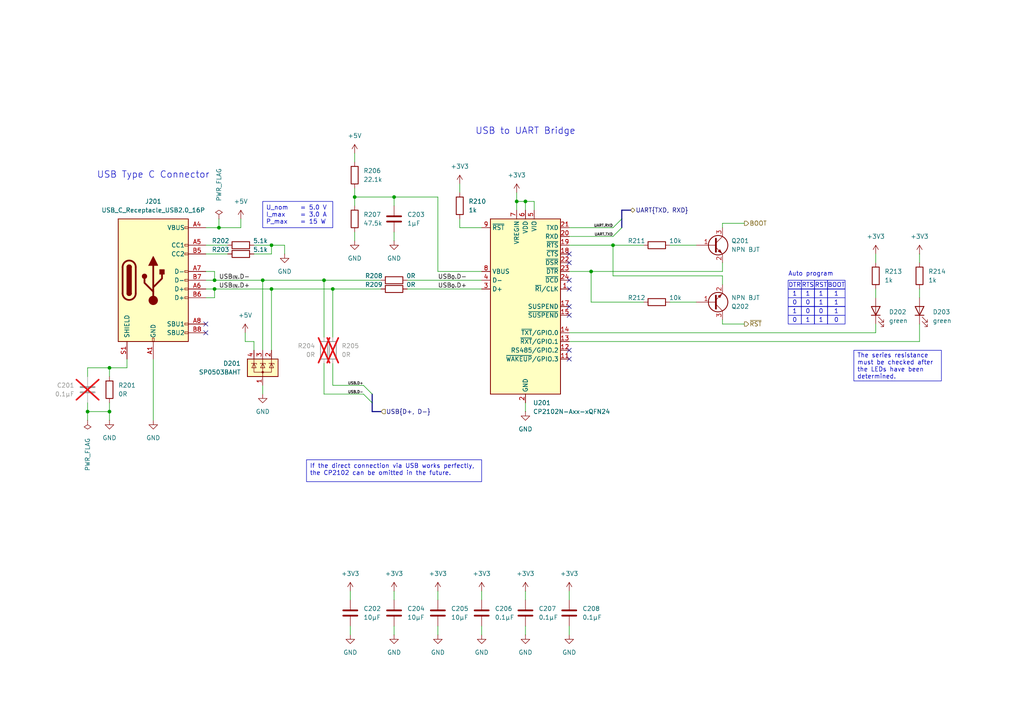
<source format=kicad_sch>
(kicad_sch (version 20231120) (generator "eeschema") (generator_version "8.0")
  (paper "A4")
  (title_block (title "Wordclock - USB & UART") (date "2024-11-17") (rev "A") (company "ElektroNik Zoller") (comment 1 "Nikolai Zoller") (comment 4 "CERN-OHL-P"))
  (lib_symbols
    (symbol "Connector:USB_C_Receptacle_USB2.0_16P" (pin_names (offset 1.016))
      (property "Reference" "J" (at 0 22.225 0))
      (property "Value" "USB_C_Receptacle_USB2.0_16P" (at 0 19.685 0))
      (symbol "USB_C_Receptacle_USB2.0_16P_0_0"
        (rectangle (start -0.254 -17.78) (end 0.254 -16.764))
        (rectangle (start 10.16 -14.986) (end 9.144 -15.494))
        (rectangle (start 10.16 -12.446) (end 9.144 -12.954))
        (rectangle (start 10.16 -4.826) (end 9.144 -5.334))
        (rectangle (start 10.16 -2.286) (end 9.144 -2.794))
        (rectangle (start 10.16 0.254) (end 9.144 -0.254))
        (rectangle (start 10.16 2.794) (end 9.144 2.286))
        (rectangle (start 10.16 7.874) (end 9.144 7.366))
        (rectangle (start 10.16 10.414) (end 9.144 9.906))
        (rectangle (start 10.16 15.494) (end 9.144 14.986))
      )
      (symbol "USB_C_Receptacle_USB2.0_16P_0_1"
        (rectangle (start -10.16 17.78) (end 10.16 -17.78) (stroke (width 0.254)) (fill (type background)))
        (arc (start -8.89 -3.81) (mid -6.985 -5.7067) (end -5.08 -3.81) (stroke (width 0.508)))
        (arc (start -7.62 -3.81) (mid -6.985 -4.4423) (end -6.35 -3.81) (stroke (width 0.254)))
        (arc (start -7.62 -3.81) (mid -6.985 -4.4423) (end -6.35 -3.81) (stroke (width 0.254)) (fill (type outline)))
        (rectangle (start -7.62 -3.81) (end -6.35 3.81) (stroke (width 0.254)) (fill (type outline)))
        (arc (start -6.35 3.81) (mid -6.985 4.4423) (end -7.62 3.81) (stroke (width 0.254)))
        (arc (start -6.35 3.81) (mid -6.985 4.4423) (end -7.62 3.81) (stroke (width 0.254)) (fill (type outline)))
        (arc (start -5.08 3.81) (mid -6.985 5.7067) (end -8.89 3.81) (stroke (width 0.508)))
        (circle (center -2.54 1.143) (radius 0.635) (stroke (width 0.254)) (fill (type outline)))
        (circle (center 0 -5.842) (radius 1.27) (fill (type outline)))
        (polyline (pts (xy -8.89 -3.81) (xy -8.89 3.81)) (stroke (width 0.508)))
        (polyline (pts (xy -5.08 3.81) (xy -5.08 -3.81)) (stroke (width 0.508)))
        (polyline (pts (xy 0 -5.842) (xy 0 4.318)) (stroke (width 0.508)))
        (polyline (pts (xy 0 -3.302) (xy -2.54 -0.762) (xy -2.54 0.508)) (stroke (width 0.508)))
        (polyline (pts (xy 0 -2.032) (xy 2.54 0.508) (xy 2.54 1.778)) (stroke (width 0.508)))
        (polyline (pts (xy -1.27 4.318) (xy 0 6.858) (xy 1.27 4.318) (xy -1.27 4.318)) (stroke (width 0.254)) (fill (type outline)))
        (rectangle (start 1.905 1.778) (end 3.175 3.048) (stroke (width 0.254)) (fill (type outline)))
      )
      (symbol "USB_C_Receptacle_USB2.0_16P_1_1"
        (pin passive line (at 0 -22.86 90) (length 5.08) (name "GND") (number "A1"))
        (pin passive line (at 0 -22.86 90) (length 5.08) hide (name "GND") (number "A12"))
        (pin passive line (at 15.24 15.24 180) (length 5.08) (name "VBUS") (number "A4"))
        (pin bidirectional line (at 15.24 10.16 180) (length 5.08) (name "CC1") (number "A5"))
        (pin bidirectional line (at 15.24 -2.54 180) (length 5.08) (name "D+") (number "A6"))
        (pin bidirectional line (at 15.24 2.54 180) (length 5.08) (name "D-") (number "A7"))
        (pin bidirectional line (at 15.24 -12.7 180) (length 5.08) (name "SBU1") (number "A8"))
        (pin passive line (at 15.24 15.24 180) (length 5.08) hide (name "VBUS") (number "A9"))
        (pin passive line (at 0 -22.86 90) (length 5.08) hide (name "GND") (number "B1"))
        (pin passive line (at 0 -22.86 90) (length 5.08) hide (name "GND") (number "B12"))
        (pin passive line (at 15.24 15.24 180) (length 5.08) hide (name "VBUS") (number "B4"))
        (pin bidirectional line (at 15.24 7.62 180) (length 5.08) (name "CC2") (number "B5"))
        (pin bidirectional line (at 15.24 -5.08 180) (length 5.08) (name "D+") (number "B6"))
        (pin bidirectional line (at 15.24 0 180) (length 5.08) (name "D-") (number "B7"))
        (pin bidirectional line (at 15.24 -15.24 180) (length 5.08) (name "SBU2") (number "B8"))
        (pin passive line (at 15.24 15.24 180) (length 5.08) hide (name "VBUS") (number "B9"))
        (pin passive line (at -7.62 -22.86 90) (length 5.08) (name "SHIELD") (number "S1"))
      )
    )
    (symbol "Device:C" (pin_numbers hide) (pin_names (offset 0.254))
      (property "Reference" "C" (at 0.635 2.54 0))
      (property "Value" "C" (at 0.635 -2.54 0))
      (symbol "C_0_1"
        (polyline (pts (xy -2.032 -0.762) (xy 2.032 -0.762)) (stroke (width 0.508)))
        (polyline (pts (xy -2.032 0.762) (xy 2.032 0.762)) (stroke (width 0.508)))
      )
      (symbol "C_1_1"
        (pin passive line (at 0 3.81 270) (length 2.794) (name "~") (number "1"))
        (pin passive line (at 0 -3.81 90) (length 2.794) (name "~") (number "2"))
      )
    )
    (symbol "Device:LED" (pin_numbers hide) (pin_names (offset 1.016) hide)
      (property "Reference" "D" (at 0 2.54 0))
      (property "Value" "LED" (at 0 -2.54 0))
      (symbol "LED_0_1"
        (polyline (pts (xy -1.27 -1.27) (xy -1.27 1.27)) (stroke (width 0.254)))
        (polyline (pts (xy -1.27 0) (xy 1.27 0)))
        (polyline (pts (xy 1.27 -1.27) (xy 1.27 1.27) (xy -1.27 0) (xy 1.27 -1.27)) (stroke (width 0.254)))
        (polyline (pts (xy -3.048 -0.762) (xy -4.572 -2.286) (xy -3.81 -2.286) (xy -4.572 -2.286) (xy -4.572 -1.524)))
        (polyline (pts (xy -1.778 -0.762) (xy -3.302 -2.286) (xy -2.54 -2.286) (xy -3.302 -2.286) (xy -3.302 -1.524)))
      )
      (symbol "LED_1_1"
        (pin passive line (at -3.81 0 0) (length 2.54) (name "K") (number "1"))
        (pin passive line (at 3.81 0 180) (length 2.54) (name "A") (number "2"))
      )
    )
    (symbol "Device:Q_NPN_BEC" (pin_names (offset 0) hide)
      (property "Reference" "Q" (at 5.08 1.27 0))
      (property "Value" "Q_NPN_BEC" (at 5.08 -1.27 0))
      (symbol "Q_NPN_BEC_0_1"
        (polyline (pts (xy 0.635 0.635) (xy 2.54 2.54)))
        (polyline (pts (xy 0.635 -0.635) (xy 2.54 -2.54) (xy 2.54 -2.54)))
        (polyline (pts (xy 0.635 1.905) (xy 0.635 -1.905) (xy 0.635 -1.905)) (stroke (width 0.508)))
        (polyline (pts (xy 1.27 -1.778) (xy 1.778 -1.27) (xy 2.286 -2.286) (xy 1.27 -1.778) (xy 1.27 -1.778)) (fill (type outline)))
        (circle (center 1.27 0) (radius 2.8194) (stroke (width 0.254)))
      )
      (symbol "Q_NPN_BEC_1_1"
        (pin input line (at -5.08 0 0) (length 5.715) (name "B") (number "1"))
        (pin passive line (at 2.54 -5.08 90) (length 2.54) (name "E") (number "2"))
        (pin passive line (at 2.54 5.08 270) (length 2.54) (name "C") (number "3"))
      )
    )
    (symbol "Device:R" (pin_numbers hide) (pin_names (offset 0))
      (property "Reference" "R" (at 2.032 0 90))
      (property "Value" "R" (at 0 0 90))
      (symbol "R_0_1"
        (rectangle (start -1.016 -2.54) (end 1.016 2.54) (stroke (width 0.254)))
      )
      (symbol "R_1_1"
        (pin passive line (at 0 3.81 270) (length 1.27) (name "~") (number "1"))
        (pin passive line (at 0 -3.81 90) (length 1.27) (name "~") (number "2"))
      )
    )
    (symbol "Interface_USB:CP2102N-Axx-xQFN24"
      (property "Reference" "U" (at -8.89 26.67 0))
      (property "Value" "CP2102N-Axx-xQFN24" (at 13.97 26.67 0))
      (symbol "CP2102N-Axx-xQFN24_0_1"
        (rectangle (start -10.16 25.4) (end 10.16 -25.4) (stroke (width 0.254)) (fill (type background)))
      )
      (symbol "CP2102N-Axx-xQFN24_1_1"
        (pin bidirectional line (at 12.7 5.08 180) (length 2.54) (name "~{RI}/CLK") (number "1"))
        (pin no_connect line (at -10.16 -22.86 0) (length 2.54) hide (name "NC") (number "10"))
        (pin bidirectional line (at 12.7 -15.24 180) (length 2.54) (name "~{WAKEUP}/GPIO.3") (number "11"))
        (pin bidirectional line (at 12.7 -12.7 180) (length 2.54) (name "RS485/GPIO.2") (number "12"))
        (pin bidirectional line (at 12.7 -10.16 180) (length 2.54) (name "~{RXT}/GPIO.1") (number "13"))
        (pin bidirectional line (at 12.7 -7.62 180) (length 2.54) (name "~{TXT}/GPIO.0") (number "14"))
        (pin output line (at 12.7 -2.54 180) (length 2.54) (name "~{SUSPEND}") (number "15"))
        (pin no_connect line (at 10.16 -22.86 180) (length 2.54) hide (name "NC") (number "16"))
        (pin output line (at 12.7 0 180) (length 2.54) (name "SUSPEND") (number "17"))
        (pin input line (at 12.7 15.24 180) (length 2.54) (name "~{CTS}") (number "18"))
        (pin output line (at 12.7 17.78 180) (length 2.54) (name "~{RTS}") (number "19"))
        (pin power_in line (at 0 -27.94 90) (length 2.54) (name "GND") (number "2"))
        (pin input line (at 12.7 20.32 180) (length 2.54) (name "RXD") (number "20"))
        (pin output line (at 12.7 22.86 180) (length 2.54) (name "TXD") (number "21"))
        (pin input line (at 12.7 12.7 180) (length 2.54) (name "~{DSR}") (number "22"))
        (pin output line (at 12.7 10.16 180) (length 2.54) (name "~{DTR}") (number "23"))
        (pin input line (at 12.7 7.62 180) (length 2.54) (name "~{DCD}") (number "24"))
        (pin passive line (at 0 -27.94 90) (length 2.54) hide (name "GND") (number "25"))
        (pin bidirectional line (at -12.7 5.08 0) (length 2.54) (name "D+") (number "3"))
        (pin bidirectional line (at -12.7 7.62 0) (length 2.54) (name "D-") (number "4"))
        (pin power_in line (at 2.54 27.94 270) (length 2.54) (name "VIO") (number "5"))
        (pin power_in line (at 0 27.94 270) (length 2.54) (name "VDD") (number "6"))
        (pin power_in line (at -2.54 27.94 270) (length 2.54) (name "VREGIN") (number "7"))
        (pin input line (at -12.7 10.16 0) (length 2.54) (name "VBUS") (number "8"))
        (pin input line (at -12.7 22.86 0) (length 2.54) (name "~{RST}") (number "9"))
      )
    )
    (symbol "Power_Protection:SP0503BAHT" (pin_names hide)
      (property "Reference" "D" (at 5.715 2.54 0))
      (property "Value" "SP0503BAHT" (at 5.715 0.635 0))
      (symbol "SP0503BAHT_0_0"
        (pin passive line (at 0 -5.08 90) (length 2.54) (name "A") (number "1"))
      )
      (symbol "SP0503BAHT_0_1"
        (rectangle (start -4.445 2.54) (end 4.445 -2.54) (stroke (width 0.254)) (fill (type background)))
        (circle (center 0 -1.27) (radius 0.254) (fill (type outline)))
        (polyline (pts (xy -2.54 2.54) (xy -2.54 1.27)))
        (polyline (pts (xy 0 -1.27) (xy 0 -2.54)))
        (polyline (pts (xy 0 -1.27) (xy 0 1.27)))
        (polyline (pts (xy 0 2.54) (xy 0 1.27)))
        (polyline (pts (xy 0.635 1.27) (xy 0.762 1.27)))
        (polyline (pts (xy 2.54 2.54) (xy 2.54 1.27)))
        (polyline (pts (xy 0.635 1.27) (xy -0.762 1.27) (xy -0.762 1.016)))
        (polyline (pts (xy -3.302 1.016) (xy -3.302 1.27) (xy -1.905 1.27) (xy -1.778 1.27)))
        (polyline (pts (xy -2.54 1.27) (xy -2.54 -1.27) (xy 2.54 -1.27) (xy 2.54 1.27)))
        (polyline (pts (xy -2.54 1.27) (xy -1.905 0) (xy -3.175 0) (xy -2.54 1.27)))
        (polyline (pts (xy 0.635 0) (xy -0.635 0) (xy 0 1.27) (xy 0.635 0)))
        (polyline (pts (xy 1.778 1.016) (xy 1.778 1.27) (xy 3.175 1.27) (xy 3.302 1.27)))
        (polyline (pts (xy 2.54 1.27) (xy 1.905 0) (xy 3.175 0) (xy 2.54 1.27)))
      )
      (symbol "SP0503BAHT_1_1"
        (pin passive line (at -2.54 5.08 270) (length 2.54) (name "K") (number "2"))
        (pin passive line (at 0 5.08 270) (length 2.54) (name "K") (number "3"))
        (pin passive line (at 2.54 5.08 270) (length 2.54) (name "K") (number "4"))
      )
    )
    (symbol "power:+3V3" (power) (pin_numbers hide) (pin_names (offset 0) hide)
      (property "Value" "+3V3" (at 0 3.556 0))
      (symbol "+3V3_0_1"
        (polyline (pts (xy -0.762 1.27) (xy 0 2.54)))
        (polyline (pts (xy 0 0) (xy 0 2.54)))
        (polyline (pts (xy 0 2.54) (xy 0.762 1.27)))
      )
      (symbol "+3V3_1_1"
        (pin power_in line (at 0 0 90) (length 0) (name "~") (number "1"))
      )
    )
    (symbol "power:+5V" (power) (pin_numbers hide) (pin_names (offset 0) hide)
      (property "Value" "+5V" (at 0 3.556 0))
      (symbol "+5V_0_1"
        (polyline (pts (xy -0.762 1.27) (xy 0 2.54)))
        (polyline (pts (xy 0 0) (xy 0 2.54)))
        (polyline (pts (xy 0 2.54) (xy 0.762 1.27)))
      )
      (symbol "+5V_1_1"
        (pin power_in line (at 0 0 90) (length 0) (name "~") (number "1"))
      )
    )
    (symbol "power:GND" (power) (pin_numbers hide) (pin_names (offset 0) hide)
      (property "Value" "GND" (at 0 -3.81 0))
      (symbol "GND_0_1"
        (polyline (pts (xy 0 0) (xy 0 -1.27) (xy 1.27 -1.27) (xy 0 -2.54) (xy -1.27 -1.27) (xy 0 -1.27)))
      )
      (symbol "GND_1_1"
        (pin power_in line (at 0 0 270) (length 0) (name "~") (number "1"))
      )
    )
    (symbol "power:PWR_FLAG" (power) (pin_numbers hide) (pin_names (offset 0) hide)
      (property "Value" "PWR_FLAG" (at 0 3.81 0))
      (symbol "PWR_FLAG_0_0"
        (pin power_out line (at 0 0 90) (length 0) (name "~") (number "1"))
      )
      (symbol "PWR_FLAG_0_1"
        (polyline (pts (xy 0 0) (xy 0 1.27) (xy -1.016 1.905) (xy 0 2.54) (xy 1.016 1.905) (xy 0 1.27)))
      )
    )
  )
  (junction (at 171.45 78.74))
  (junction (at 31.75 119.38))
  (junction (at 93.98 81.28))
  (junction (at 78.74 83.82))
  (junction (at 62.23 81.28))
  (junction (at 63.5 66.04))
  (junction (at 96.52 83.82))
  (junction (at 177.8 71.12))
  (junction (at 31.75 106.68))
  (junction (at 102.87 57.15))
  (junction (at 25.4 119.38))
  (junction (at 152.4 58.42))
  (junction (at 114.3 57.15))
  (junction (at 149.86 58.42))
  (junction (at 78.74 71.12))
  (junction (at 62.23 83.82))
  (junction (at 76.2 81.28))
  (no_connect (at 165.1 81.28))
  (no_connect (at 59.69 93.98))
  (no_connect (at 165.1 101.6))
  (no_connect (at 165.1 91.44))
  (no_connect (at 165.1 83.82))
  (no_connect (at 165.1 88.9))
  (no_connect (at 59.69 96.52))
  (no_connect (at 165.1 76.2))
  (no_connect (at 165.1 73.66))
  (no_connect (at 165.1 104.14))
  (bus_entry (at 107.95 114.3) (size -2.54 -2.54))
  (bus_entry (at 107.95 116.84) (size -2.54 -2.54))
  (bus_entry (at 177.8 68.58) (size 2.54 -2.54))
  (bus_entry (at 177.8 66.04) (size 2.54 -2.54))
  (bus (pts (xy 180.34 63.5) (xy 180.34 60.96)))
  (wire (pts (xy 101.6 181.61) (xy 101.6 184.15)))
  (wire (pts (xy 25.4 109.22) (xy 25.4 106.68)))
  (wire (pts (xy 165.1 181.61) (xy 165.1 184.15)))
  (wire (pts (xy 152.4 181.61) (xy 152.4 184.15)))
  (wire (pts (xy 127 78.74) (xy 139.7 78.74)))
  (wire (pts (xy 165.1 71.12) (xy 177.8 71.12)))
  (wire (pts (xy 171.45 78.74) (xy 209.55 78.74)))
  (wire (pts (xy 171.45 78.74) (xy 165.1 78.74)))
  (wire (pts (xy 149.86 58.42) (xy 149.86 60.96)))
  (wire (pts (xy 82.55 71.12) (xy 82.55 73.66)))
  (wire (pts (xy 78.74 73.66) (xy 73.66 73.66)))
  (wire (pts (xy 266.7 73.66) (xy 266.7 76.2)))
  (wire (pts (xy 102.87 57.15) (xy 114.3 57.15)))
  (wire (pts (xy 62.23 81.28) (xy 76.2 81.28)))
  (wire (pts (xy 78.74 83.82) (xy 78.74 101.6)))
  (wire (pts (xy 93.98 105.41) (xy 93.98 114.3)))
  (wire (pts (xy 62.23 83.82) (xy 62.23 86.36)))
  (wire (pts (xy 31.75 121.92) (xy 31.75 119.38)))
  (wire (pts (xy 165.1 171.45) (xy 165.1 173.99)))
  (wire (pts (xy 209.55 80.01) (xy 177.8 80.01)))
  (wire (pts (xy 31.75 116.84) (xy 31.75 119.38)))
  (wire (pts (xy 36.83 106.68) (xy 36.83 104.14)))
  (wire (pts (xy 62.23 78.74) (xy 62.23 81.28)))
  (wire (pts (xy 127 57.15) (xy 127 78.74)))
  (wire (pts (xy 93.98 81.28) (xy 110.49 81.28)))
  (wire (pts (xy 133.35 66.04) (xy 133.35 63.5)))
  (wire (pts (xy 31.75 106.68) (xy 36.83 106.68)))
  (wire (pts (xy 78.74 71.12) (xy 82.55 71.12)))
  (wire (pts (xy 25.4 119.38) (xy 25.4 116.84)))
  (wire (pts (xy 96.52 111.76) (xy 105.41 111.76)))
  (wire (pts (xy 266.7 83.82) (xy 266.7 86.36)))
  (wire (pts (xy 71.12 96.52) (xy 71.12 99.06)))
  (wire (pts (xy 215.9 64.77) (xy 209.55 64.77)))
  (wire (pts (xy 209.55 93.98) (xy 209.55 92.71)))
  (wire (pts (xy 25.4 119.38) (xy 31.75 119.38)))
  (wire (pts (xy 59.69 73.66) (xy 66.04 73.66)))
  (wire (pts (xy 114.3 67.31) (xy 114.3 69.85)))
  (wire (pts (xy 194.31 71.12) (xy 201.93 71.12)))
  (bus (pts (xy 107.95 119.38) (xy 110.49 119.38)))
  (wire (pts (xy 254 93.98) (xy 254 96.52)))
  (wire (pts (xy 102.87 44.45) (xy 102.87 46.99)))
  (bus (pts (xy 107.95 114.3) (xy 107.95 116.84)))
  (wire (pts (xy 154.94 58.42) (xy 152.4 58.42)))
  (wire (pts (xy 63.5 63.5) (xy 63.5 66.04)))
  (wire (pts (xy 63.5 66.04) (xy 69.85 66.04)))
  (wire (pts (xy 76.2 111.76) (xy 76.2 114.3)))
  (wire (pts (xy 165.1 68.58) (xy 177.8 68.58)))
  (wire (pts (xy 73.66 99.06) (xy 73.66 101.6)))
  (wire (pts (xy 194.31 87.63) (xy 201.93 87.63)))
  (wire (pts (xy 149.86 55.88) (xy 149.86 58.42)))
  (wire (pts (xy 59.69 66.04) (xy 63.5 66.04)))
  (wire (pts (xy 71.12 99.06) (xy 73.66 99.06)))
  (wire (pts (xy 96.52 83.82) (xy 96.52 97.79)))
  (wire (pts (xy 154.94 60.96) (xy 154.94 58.42)))
  (wire (pts (xy 133.35 53.34) (xy 133.35 55.88)))
  (wire (pts (xy 139.7 181.61) (xy 139.7 184.15)))
  (bus (pts (xy 107.95 116.84) (xy 107.95 119.38)))
  (wire (pts (xy 254 73.66) (xy 254 76.2)))
  (wire (pts (xy 73.66 71.12) (xy 78.74 71.12)))
  (wire (pts (xy 62.23 83.82) (xy 78.74 83.82)))
  (wire (pts (xy 209.55 82.55) (xy 209.55 80.01)))
  (wire (pts (xy 215.9 93.98) (xy 209.55 93.98)))
  (wire (pts (xy 114.3 181.61) (xy 114.3 184.15)))
  (wire (pts (xy 25.4 119.38) (xy 25.4 121.92)))
  (wire (pts (xy 114.3 57.15) (xy 127 57.15)))
  (wire (pts (xy 209.55 76.2) (xy 209.55 78.74)))
  (wire (pts (xy 62.23 81.28) (xy 59.69 81.28)))
  (wire (pts (xy 76.2 81.28) (xy 76.2 101.6)))
  (wire (pts (xy 127 181.61) (xy 127 184.15)))
  (wire (pts (xy 78.74 71.12) (xy 78.74 73.66)))
  (wire (pts (xy 152.4 60.96) (xy 152.4 58.42)))
  (wire (pts (xy 114.3 171.45) (xy 114.3 173.99)))
  (wire (pts (xy 127 171.45) (xy 127 173.99)))
  (wire (pts (xy 102.87 57.15) (xy 102.87 59.69)))
  (wire (pts (xy 152.4 116.84) (xy 152.4 119.38)))
  (wire (pts (xy 76.2 81.28) (xy 93.98 81.28)))
  (wire (pts (xy 266.7 93.98) (xy 266.7 99.06)))
  (wire (pts (xy 152.4 171.45) (xy 152.4 173.99)))
  (wire (pts (xy 102.87 67.31) (xy 102.87 69.85)))
  (wire (pts (xy 114.3 57.15) (xy 114.3 59.69)))
  (wire (pts (xy 266.7 99.06) (xy 165.1 99.06)))
  (bus (pts (xy 180.34 60.96) (xy 182.88 60.96)))
  (wire (pts (xy 31.75 106.68) (xy 31.75 109.22)))
  (wire (pts (xy 62.23 86.36) (xy 59.69 86.36)))
  (wire (pts (xy 254 83.82) (xy 254 86.36)))
  (wire (pts (xy 96.52 105.41) (xy 96.52 111.76)))
  (wire (pts (xy 139.7 171.45) (xy 139.7 173.99)))
  (wire (pts (xy 93.98 114.3) (xy 105.41 114.3)))
  (wire (pts (xy 25.4 106.68) (xy 31.75 106.68)))
  (wire (pts (xy 101.6 171.45) (xy 101.6 173.99)))
  (wire (pts (xy 171.45 78.74) (xy 171.45 87.63)))
  (wire (pts (xy 165.1 66.04) (xy 177.8 66.04)))
  (wire (pts (xy 102.87 54.61) (xy 102.87 57.15)))
  (wire (pts (xy 254 96.52) (xy 165.1 96.52)))
  (wire (pts (xy 59.69 71.12) (xy 66.04 71.12)))
  (wire (pts (xy 59.69 83.82) (xy 62.23 83.82)))
  (wire (pts (xy 152.4 58.42) (xy 149.86 58.42)))
  (wire (pts (xy 78.74 83.82) (xy 96.52 83.82)))
  (bus (pts (xy 180.34 66.04) (xy 180.34 63.5)))
  (wire (pts (xy 96.52 83.82) (xy 110.49 83.82)))
  (wire (pts (xy 59.69 78.74) (xy 62.23 78.74)))
  (wire (pts (xy 69.85 66.04) (xy 69.85 63.5)))
  (wire (pts (xy 171.45 87.63) (xy 186.69 87.63)))
  (wire (pts (xy 93.98 81.28) (xy 93.98 97.79)))
  (wire (pts (xy 118.11 83.82) (xy 139.7 83.82)))
  (wire (pts (xy 118.11 81.28) (xy 139.7 81.28)))
  (wire (pts (xy 209.55 64.77) (xy 209.55 66.04)))
  (wire (pts (xy 177.8 71.12) (xy 186.69 71.12)))
  (wire (pts (xy 177.8 80.01) (xy 177.8 71.12)))
  (wire (pts (xy 139.7 66.04) (xy 133.35 66.04)))
  (wire (pts (xy 44.45 104.14) (xy 44.45 121.92)))
  (text_box "0" (at 232.41 86.36 0) (size 3.81 2.54) (effects (font (size 1.27 1.27))))
  (text_box "0" (at 236.22 88.9 0) (size 3.81 2.54) (effects (font (size 1.27 1.27))))
  (text_box "0" (at 232.41 88.9 0) (size 3.81 2.54) (effects (font (size 1.27 1.27))))
  (text_box "1" (at 240.03 83.82 0) (size 5.08 2.54) (effects (font (size 1.27 1.27))))
  (text_box "The series resistance must be checked after the LEDs have been determined." (at 247.65 101.6 0) (size 25.4 8.89) (effects (font (size 1.27 1.27)) (justify left)))
  (text_box "1" (at 240.03 86.36 0) (size 5.08 2.54) (effects (font (size 1.27 1.27))))
  (text_box "1" (at 240.03 88.9 0) (size 5.08 2.54) (effects (font (size 1.27 1.27))))
  (text_box "1" (at 236.22 86.36 0) (size 3.81 2.54) (effects (font (size 1.27 1.27))))
  (text_box "DTR" (at 228.6 81.28 0) (size 3.81 2.54) (effects (font (size 1.27 1.27))))
  (text_box "1" (at 228.6 88.9 0) (size 3.81 2.54) (effects (font (size 1.27 1.27))))
  (text_box "RST" (at 236.22 81.28 0) (size 3.81 2.54) (effects (font (size 1.27 1.27))))
  (text_box "1" (at 232.41 91.44 0) (size 3.81 2.54) (effects (font (size 1.27 1.27))))
  (text_box "1" (at 228.6 83.82 0) (size 3.81 2.54) (effects (font (size 1.27 1.27))))
  (text_box "1" (at 236.22 83.82 0) (size 3.81 2.54) (effects (font (size 1.27 1.27))))
  (text_box "1" (at 236.22 91.44 0) (size 3.81 2.54) (effects (font (size 1.27 1.27))))
  (text_box "0" (at 240.03 91.44 0) (size 5.08 2.54) (effects (font (size 1.27 1.27))))
  (text_box "RTS" (at 232.41 81.28 0) (size 3.81 2.54) (effects (font (size 1.27 1.27))))
  (text_box "U_nom	= 5.0 V\nI_max	= 3.0 A\nP_max	= 15 W" (at 76.2 58.42 0) (size 20.32 7.62) (effects (font (size 1.27 1.27)) (justify left top)))
  (text_box "BOOT" (at 240.03 81.28 0) (size 5.08 2.54) (effects (font (size 1.27 1.27))))
  (text_box "If the direct connection via USB works perfectly, the CP2102 can be omitted in the future." (at 88.9 133.35 0) (size 50.8 6.35) (effects (font (size 1.27 1.27)) (justify left top)))
  (text_box "0" (at 228.6 91.44 0) (size 3.81 2.54) (effects (font (size 1.27 1.27))))
  (text_box "0" (at 228.6 86.36 0) (size 3.81 2.54) (effects (font (size 1.27 1.27))))
  (text_box "1" (at 232.41 83.82 0) (size 3.81 2.54) (effects (font (size 1.27 1.27))))
  (text "USB Type C Connector" (at 44.45 50.8 0) (effects (font (size 1.905 1.905))))
  (text "Auto program" (at 228.6 80.264 0) (effects (font (size 1.27 1.27)) (justify left bottom)))
  (text "USB to UART Bridge" (at 152.4 38.1 0) (effects (font (size 1.905 1.905))))
  (label "USB.D-" (at 105.41 114.3 180) (effects (font (size 0.762 0.762))))
  (label "USB_{0}.D-" (at 127 81.28 0))
  (label "USB_{IN}.D-" (at 63.5 81.28 0))
  (label "USB.D+" (at 105.41 111.76 180) (effects (font (size 0.762 0.762))))
  (label "USB_{0}.D+" (at 127 83.82 0))
  (label "UART.RXD" (at 177.8 66.04 180) (effects (font (size 0.762 0.762))))
  (label "UART.TXD" (at 177.8 68.58 180) (effects (font (size 0.762 0.762))))
  (label "USB_{IN}.D+" (at 63.5 83.82 0))
  (hierarchical_label "USB{D+, D-}" (shape input) (at 110.49 119.38 0))
  (hierarchical_label "BOOT" (shape output) (at 215.9 64.77 0))
  (hierarchical_label "~{RST}" (shape output) (at 215.9 93.98 0))
  (hierarchical_label "UART{TXD, RXD}" (shape bidirectional) (at 182.88 60.96 0))
  (symbol (lib_id "Device:R") (at 190.5 71.12 270) (unit 1)
    (property "Reference" "R211" (at 187.198 69.85 90) (effects (justify right)))
    (property "Value" "10k" (at 194.056 69.85 90) (effects (justify left)))
    (property "Footprint" "Resistor_SMD:R_0805_2012Metric_Pad1.20x1.40mm_HandSolder" (effects (hide yes)))
    (property "Description" "Resistor" (effects (hide yes)))
    (property "Vendor 1" "Digikey" (effects (hide yes)))
    (property "Vendor 2" "LCSC" (effects (hide yes)))
    (property "Manufacturer" "YAGEO" (effects (hide yes)))
    (property "Manufacturer Part no." "RC0805FR-0710KL" (effects (hide yes)))
    (property "Vendor 1 Part no." "311-10.0KCRCT-ND" (effects (hide yes)))
    (property "Vendor 2 Part no." "C84376" (effects (hide yes)))
    (property "Comment" "Best fit from the JLCPCB \"Basic\" compontens" (effects (hide yes)))
  )
  (symbol (lib_id "Device:LED") (at 266.7 90.17 90) (unit 1)
    (property "Reference" "D203" (at 270.51 90.4874 90) (effects (justify right)))
    (property "Value" "green" (at 270.51 93.0274 90) (effects (justify right)))
    (property "Footprint" "LED_SMD:LED_0805_2012Metric_Pad1.15x1.40mm_HandSolder" (effects (hide yes)))
    (property "Description" "Light emitting diode" (effects (hide yes)))
    (property "Vendor 1" "Digikey" (effects (hide yes)))
    (property "Vendor 2" "LCSC" (effects (hide yes)))
    (property "Manufacturer" "Lite-On Inc." (effects (hide yes)))
    (property "Manufacturer Part no." "LTST-C171GKT" (effects (hide yes)))
    (property "Vendor 1 Part no." "160-1423-1-ND" (effects (hide yes)))
    (property "Vendor 2 Part no." "C913075" (effects (hide yes)))
    (property "LCSC" "C913075" (effects (hide yes)))
  )
  (symbol (lib_id "power:GND") (at 127 184.15 0) (unit 1)
    (property "Reference" "#PWR0215" (effects (hide yes)))
    (property "Value" "GND" (at 127 189.23 0))
    (property "Description" "Power symbol creates a global label with name \"GND\" , ground" (effects (hide yes)))
  )
  (symbol (lib_id "power:+5V") (at 69.85 63.5 0) (unit 1)
    (property "Reference" "#PWR0203" (effects (hide yes)))
    (property "Value" "+5V" (at 69.85 58.42 0))
    (property "Description" "Power symbol creates a global label with name \"+5V\"" (effects (hide yes)))
  )
  (symbol (lib_id "Interface_USB:CP2102N-Axx-xQFN24") (at 152.4 88.9 0) (unit 1)
    (property "Reference" "U201" (at 154.5941 116.84 0) (effects (justify left)))
    (property "Value" "CP2102N-Axx-xQFN24" (at 154.5941 119.38 0) (effects (justify left)))
    (property "Footprint" "Package_DFN_QFN:QFN-24-1EP_4x4mm_P0.5mm_EP2.6x2.6mm_ThermalVias" (effects (hide yes)))
    (property "Datasheet" "https://www.silabs.com/documents/public/data-sheets/cp2102n-datasheet.pdf" (effects (hide yes)))
    (property "Description" "USB to UART master bridge, QFN-24" (effects (hide yes)))
    (property "Manufacturer" "Silicon Labs" (effects (hide yes)))
    (property "Manufacturer Part no." "CP2102N-A02-GQFN24R" (effects (hide yes)))
    (property "Vendor 1" "Digikey" (effects (hide yes)))
    (property "Vendor 1 Part no." "336-5888-2-ND" (effects (hide yes)))
    (property "Vendor 2" "LCSC" (effects (hide yes)))
    (property "Vendor 2 Part no." "C969151" (effects (hide yes)))
    (property "LCSC" "C969151" (effects (hide yes)))
  )
  (symbol (lib_id "Device:C") (at 139.7 177.8 0) (unit 1)
    (property "Reference" "C206" (at 143.51 176.5299 0) (effects (justify left)))
    (property "Value" "0.1µF" (at 143.51 179.0699 0) (effects (justify left)))
    (property "Footprint" "Capacitor_SMD:C_0805_2012Metric_Pad1.18x1.45mm_HandSolder" (effects (hide yes)))
    (property "Description" "Unpolarized capacitor" (effects (hide yes)))
    (property "Manufacturer" "Samsung Electro-Mechanics" (effects (hide yes)))
    (property "Manufacturer Part no." "CL21B104KCFNNNE" (effects (hide yes)))
    (property "Vendor 1" "Digikey" (effects (hide yes)))
    (property "Vendor 1 Part no." "1276-6840-1-ND" (effects (hide yes)))
    (property "Vendor 2" "LCSC" (effects (hide yes)))
    (property "Vendor 2 Part no." "C28233" (effects (hide yes)))
    (property "Comment" "Best fit from the JLCPCB \"Basic\" compontens" (effects (hide yes)))
  )
  (symbol (lib_id "Device:R") (at 69.85 71.12 270) (unit 1)
    (property "Reference" "R202" (at 66.548 69.85 90) (effects (justify right)))
    (property "Value" "5.1k" (at 73.406 69.85 90) (effects (justify left)))
    (property "Footprint" "Resistor_SMD:R_0805_2012Metric_Pad1.20x1.40mm_HandSolder" (effects (hide yes)))
    (property "Description" "Resistor" (effects (hide yes)))
    (property "Vendor 1" "Digikey" (effects (hide yes)))
    (property "Vendor 2" "LCSC" (effects (hide yes)))
    (property "Manufacturer" "YAGEO" (effects (hide yes)))
    (property "Manufacturer Part no." "RC0805FR-075K1L" (effects (hide yes)))
    (property "Vendor 1 Part no." "311-5.10KCRCT-ND" (effects (hide yes)))
    (property "Vendor 2 Part no." "C84375" (effects (hide yes)))
    (property "Comment" "Best fit from the JLCPCB \"Basic\" compontens" (effects (hide yes)))
  )
  (symbol (lib_id "power:+3V3") (at 165.1 171.45 0) (unit 1)
    (property "Reference" "#PWR0223" (effects (hide yes)))
    (property "Value" "+3V3" (at 165.1 166.37 0))
    (property "Description" "Power symbol creates a global label with name \"+3V3\"" (effects (hide yes)))
  )
  (symbol (lib_id "Device:C") (at 152.4 177.8 0) (unit 1)
    (property "Reference" "C207" (at 156.21 176.5299 0) (effects (justify left)))
    (property "Value" "0.1µF" (at 156.21 179.0699 0) (effects (justify left)))
    (property "Footprint" "Capacitor_SMD:C_0805_2012Metric_Pad1.18x1.45mm_HandSolder" (effects (hide yes)))
    (property "Description" "Unpolarized capacitor" (effects (hide yes)))
    (property "Manufacturer" "Samsung Electro-Mechanics" (effects (hide yes)))
    (property "Manufacturer Part no." "CL21B104KCFNNNE" (effects (hide yes)))
    (property "Vendor 1" "Digikey" (effects (hide yes)))
    (property "Vendor 1 Part no." "1276-6840-1-ND" (effects (hide yes)))
    (property "Vendor 2" "LCSC" (effects (hide yes)))
    (property "Vendor 2 Part no." "C28233" (effects (hide yes)))
    (property "Comment" "Best fit from the JLCPCB \"Basic\" compontens" (effects (hide yes)))
  )
  (symbol (lib_id "power:+5V") (at 71.12 96.52 0) (unit 1)
    (property "Reference" "#PWR0204" (effects (hide yes)))
    (property "Value" "+5V" (at 71.12 91.44 0))
    (property "Description" "Power symbol creates a global label with name \"+5V\"" (effects (hide yes)))
  )
  (symbol (lib_id "Device:R") (at 31.75 113.03 0) (mirror y) (unit 1)
    (property "Reference" "R201" (at 34.29 111.7599 0) (effects (justify right)))
    (property "Value" "0R" (at 34.29 114.2999 0) (effects (justify right)))
    (property "Footprint" "Resistor_SMD:R_0805_2012Metric_Pad1.20x1.40mm_HandSolder" (effects (hide yes)))
    (property "Description" "Resistor" (effects (hide yes)))
    (property "Vendor 1" "Digikey" (effects (hide yes)))
    (property "Vendor 2" "LCSC" (effects (hide yes)))
    (property "Manufacturer" "YAGEO" (effects (hide yes)))
    (property "Manufacturer Part no." "RC0805JR-070RL" (effects (hide yes)))
    (property "Vendor 1 Part no." "311-0.0ARCT-ND" (effects (hide yes)))
    (property "Vendor 2 Part no." "C96345" (effects (hide yes)))
    (property "Comment" "Best fit from the JLCPCB \"Basic\" compontens " (effects (hide yes)))
  )
  (symbol (lib_id "Device:C") (at 25.4 113.03 0) (mirror y) (unit 1) (dnp yes)
    (property "Reference" "C201" (at 21.59 111.7599 0) (effects (justify left)))
    (property "Value" "0.1µF" (at 21.59 114.2999 0) (effects (justify left)))
    (property "Footprint" "Capacitor_SMD:C_0805_2012Metric_Pad1.18x1.45mm_HandSolder" (effects (hide yes)))
    (property "Description" "Unpolarized capacitor" (effects (hide yes)))
    (property "Manufacturer" "Samsung Electro-Mechanics" (effects (hide yes)))
    (property "Manufacturer Part no." "CL21B104KCFNNNE" (effects (hide yes)))
    (property "Vendor 1" "Digikey" (effects (hide yes)))
    (property "Vendor 1 Part no." "1276-6840-1-ND" (effects (hide yes)))
    (property "Vendor 2" "LCSC" (effects (hide yes)))
    (property "Vendor 2 Part no." "C28233" (effects (hide yes)))
    (property "Comment" "Best fit from the JLCPCB \"Basic\" compontens" (effects (hide yes)))
  )
  (symbol (lib_id "power:GND") (at 165.1 184.15 0) (unit 1)
    (property "Reference" "#PWR0224" (effects (hide yes)))
    (property "Value" "GND" (at 165.1 189.23 0))
    (property "Description" "Power symbol creates a global label with name \"GND\" , ground" (effects (hide yes)))
  )
  (symbol (lib_id "Device:R") (at 266.7 80.01 0) (unit 1)
    (property "Reference" "R214" (at 269.24 78.7399 0) (effects (justify left)))
    (property "Value" "1k" (at 269.24 81.2799 0) (effects (justify left)))
    (property "Footprint" "Resistor_SMD:R_0805_2012Metric_Pad1.20x1.40mm_HandSolder" (effects (hide yes)))
    (property "Description" "Resistor" (effects (hide yes)))
    (property "Vendor 1" "Digikey" (effects (hide yes)))
    (property "Vendor 2" "LCSC" (effects (hide yes)))
    (property "Manufacturer" "YAGEO" (effects (hide yes)))
    (property "Manufacturer Part no." "RC0805FR-071KL" (effects (hide yes)))
    (property "Vendor 1 Part no." "311-1.00KCRCT-ND" (effects (hide yes)))
    (property "Vendor 2 Part no." "C95781" (effects (hide yes)))
    (property "Comment" "Best fit from the JLCPCB \"Basic\" compontens" (effects (hide yes)))
  )
  (symbol (lib_id "power:GND") (at 44.45 121.92 0) (unit 1)
    (property "Reference" "#PWR0202" (effects (hide yes)))
    (property "Value" "GND" (at 44.45 127 0))
    (property "Description" "Power symbol creates a global label with name \"GND\" , ground" (effects (hide yes)))
  )
  (symbol (lib_id "Device:R") (at 102.87 50.8 0) (unit 1)
    (property "Reference" "R206" (at 105.41 49.5299 0) (effects (justify left)))
    (property "Value" "22.1k" (at 105.41 52.0699 0) (effects (justify left)))
    (property "Footprint" "Resistor_SMD:R_0805_2012Metric_Pad1.20x1.40mm_HandSolder" (effects (hide yes)))
    (property "Description" "Resistor" (effects (hide yes)))
    (property "Vendor 1" "Digikey" (effects (hide yes)))
    (property "Vendor 2" "LCSC" (effects (hide yes)))
    (property "Manufacturer" "YAGEO" (effects (hide yes)))
    (property "Manufacturer Part no." "RC0805FR-0722K1L" (effects (hide yes)))
    (property "Vendor 1 Part no." "311-22.1KCRCT-ND" (effects (hide yes)))
    (property "Vendor 2 Part no." "C273840" (effects (hide yes)))
    (property "LCSC" "C17552" (effects (hide yes)))
  )
  (symbol (lib_id "Device:R") (at 114.3 83.82 270) (unit 1)
    (property "Reference" "R209" (at 110.998 82.55 90) (effects (justify right)))
    (property "Value" "0R" (at 117.856 82.55 90) (effects (justify left)))
    (property "Footprint" "Resistor_SMD:R_0805_2012Metric_Pad1.20x1.40mm_HandSolder" (effects (hide yes)))
    (property "Description" "Resistor" (effects (hide yes)))
    (property "Vendor 1" "Digikey" (effects (hide yes)))
    (property "Vendor 2" "LCSC" (effects (hide yes)))
    (property "Manufacturer" "YAGEO" (effects (hide yes)))
    (property "Manufacturer Part no." "RC0805JR-070RL" (effects (hide yes)))
    (property "Vendor 1 Part no." "311-0.0ARCT-ND" (effects (hide yes)))
    (property "Vendor 2 Part no." "C96345" (effects (hide yes)))
    (property "Comment" "Best fit from the JLCPCB \"Basic\" compontens " (effects (hide yes)))
  )
  (symbol (lib_id "power:GND") (at 152.4 119.38 0) (unit 1)
    (property "Reference" "#PWR0220" (effects (hide yes)))
    (property "Value" "GND" (at 152.4 124.46 0))
    (property "Description" "Power symbol creates a global label with name \"GND\" , ground" (effects (hide yes)))
  )
  (symbol (lib_id "Device:C") (at 165.1 177.8 0) (unit 1)
    (property "Reference" "C208" (at 168.91 176.5299 0) (effects (justify left)))
    (property "Value" "0.1µF" (at 168.91 179.0699 0) (effects (justify left)))
    (property "Footprint" "Capacitor_SMD:C_0805_2012Metric_Pad1.18x1.45mm_HandSolder" (effects (hide yes)))
    (property "Description" "Unpolarized capacitor" (effects (hide yes)))
    (property "Manufacturer" "Samsung Electro-Mechanics" (effects (hide yes)))
    (property "Manufacturer Part no." "CL21B104KCFNNNE" (effects (hide yes)))
    (property "Vendor 1" "Digikey" (effects (hide yes)))
    (property "Vendor 1 Part no." "1276-6840-1-ND" (effects (hide yes)))
    (property "Vendor 2" "LCSC" (effects (hide yes)))
    (property "Vendor 2 Part no." "C28233" (effects (hide yes)))
    (property "Comment" "Best fit from the JLCPCB \"Basic\" compontens" (effects (hide yes)))
  )
  (symbol (lib_id "power:+3V3") (at 254 73.66 0) (unit 1)
    (property "Reference" "#PWR0225" (effects (hide yes)))
    (property "Value" "+3V3" (at 254 68.58 0))
    (property "Description" "Power symbol creates a global label with name \"+3V3\"" (effects (hide yes)))
  )
  (symbol (lib_id "power:GND") (at 139.7 184.15 0) (unit 1)
    (property "Reference" "#PWR0218" (effects (hide yes)))
    (property "Value" "GND" (at 139.7 189.23 0))
    (property "Description" "Power symbol creates a global label with name \"GND\" , ground" (effects (hide yes)))
  )
  (symbol (lib_id "power:+3V3") (at 149.86 55.88 0) (unit 1)
    (property "Reference" "#PWR0219" (effects (hide yes)))
    (property "Value" "+3V3" (at 149.86 50.8 0))
    (property "Description" "Power symbol creates a global label with name \"+3V3\"" (effects (hide yes)))
  )
  (symbol (lib_id "Device:R") (at 93.98 101.6 0) (mirror y) (unit 1) (dnp yes)
    (property "Reference" "R204" (at 91.44 100.3299 0) (effects (justify left)))
    (property "Value" "0R" (at 91.44 102.8699 0) (effects (justify left)))
    (property "Footprint" "Resistor_SMD:R_0805_2012Metric_Pad1.20x1.40mm_HandSolder" (effects (hide yes)))
    (property "Description" "Resistor" (effects (hide yes)))
    (property "Manufacturer" "YAGEO" (effects (hide yes)))
    (property "Manufacturer Part no." "RC0805JR-070RL" (effects (hide yes)))
    (property "Vendor 1" "Digikey" (effects (hide yes)))
    (property "Vendor 1 Part no." "311-0.0ARCT-ND" (effects (hide yes)))
    (property "Vendor 2" "LCSC" (effects (hide yes)))
    (property "Vendor 2 Part no." "C96345" (effects (hide yes)))
    (property "Comment" "Best fit from the JLCPCB \"Basic\" compontens " (effects (hide yes)))
  )
  (symbol (lib_id "Power_Protection:SP0503BAHT") (at 76.2 106.68 0) (mirror y) (unit 1)
    (property "Reference" "D201" (at 69.85 105.4099 0) (effects (justify left)))
    (property "Value" "SP0503BAHT" (at 69.85 107.9499 0) (effects (justify left)))
    (property "Footprint" "Package_TO_SOT_SMD:SOT-143_Handsoldering" (effects (hide yes)))
    (property "Datasheet" "http://www.littelfuse.com/~/media/files/littelfuse/technical%20resources/documents/data%20sheets/sp05xxba.pdf" (effects (hide yes)))
    (property "Description" "TVS Diode Array, 5.5V Standoff, 3 Channels, SOT-143 package" (effects (hide yes)))
    (property "Vendor 1" "Digikey" (effects (hide yes)))
    (property "Vendor 2" "LCSC" (effects (hide yes)))
    (property "Manufacturer" "Littelfuse Inc." (effects (hide yes)))
    (property "Manufacturer Part no." "SP0503BAHTG" (effects (hide yes)))
    (property "Vendor 1 Part no." "F2715CT-ND" (effects (hide yes)))
    (property "Vendor 2 Part no." "C7074" (effects (hide yes)))
    (property "LCSC" "C7074" (effects (hide yes)))
  )
  (symbol (lib_id "power:+3V3") (at 266.7 73.66 0) (unit 1)
    (property "Reference" "#PWR0226" (effects (hide yes)))
    (property "Value" "+3V3" (at 266.7 68.58 0))
    (property "Description" "Power symbol creates a global label with name \"+3V3\"" (effects (hide yes)))
  )
  (symbol (lib_id "power:GND") (at 114.3 184.15 0) (unit 1)
    (property "Reference" "#PWR0213" (effects (hide yes)))
    (property "Value" "GND" (at 114.3 189.23 0))
    (property "Description" "Power symbol creates a global label with name \"GND\" , ground" (effects (hide yes)))
  )
  (symbol (lib_id "power:PWR_FLAG") (at 25.4 121.92 180) (unit 1)
    (property "Reference" "#FLG0201" (effects (hide yes)))
    (property "Value" "PWR_FLAG" (at 25.4 127 90) (effects (justify left)))
    (property "Description" "Special symbol for telling ERC where power comes from" (effects (hide yes)))
  )
  (symbol (lib_id "power:+3V3") (at 139.7 171.45 0) (unit 1)
    (property "Reference" "#PWR0217" (effects (hide yes)))
    (property "Value" "+3V3" (at 139.7 166.37 0))
    (property "Description" "Power symbol creates a global label with name \"+3V3\"" (effects (hide yes)))
  )
  (symbol (lib_id "Device:C") (at 114.3 63.5 0) (unit 1)
    (property "Reference" "C203" (at 118.11 62.2299 0) (effects (justify left)))
    (property "Value" "1µF" (at 118.11 64.7699 0) (effects (justify left)))
    (property "Footprint" "Capacitor_SMD:C_0805_2012Metric_Pad1.18x1.45mm_HandSolder" (effects (hide yes)))
    (property "Description" "Unpolarized capacitor" (effects (hide yes)))
    (property "Vendor 1" "Digikey" (effects (hide yes)))
    (property "Vendor 2" "LCSC" (effects (hide yes)))
    (property "Manufacturer" "Samsung Electro-Mechanics" (effects (hide yes)))
    (property "Manufacturer Part no." "CL21B105KPFNNNE" (effects (hide yes)))
    (property "Vendor 1 Part no." "1276-1275-2-ND" (effects (hide yes)))
    (property "Vendor 2 Part no." "C107367" (effects (hide yes)))
    (property "Comment" "Best fit from the JLCPCB \"Basic\" compontens" (effects (hide yes)))
  )
  (symbol (lib_id "power:+3V3") (at 133.35 53.34 0) (unit 1)
    (property "Reference" "#PWR0216" (effects (hide yes)))
    (property "Value" "+3V3" (at 133.35 48.26 0))
    (property "Description" "Power symbol creates a global label with name \"+3V3\"" (effects (hide yes)))
  )
  (symbol (lib_id "Device:C") (at 114.3 177.8 0) (unit 1)
    (property "Reference" "C204" (at 118.11 176.5299 0) (effects (justify left)))
    (property "Value" "10µF" (at 118.11 179.0699 0) (effects (justify left)))
    (property "Footprint" "Capacitor_SMD:C_0805_2012Metric_Pad1.18x1.45mm_HandSolder" (effects (hide yes)))
    (property "Description" "Unpolarized capacitor" (effects (hide yes)))
    (property "Manufacturer" "Samsung Electro-Mechanics" (effects (hide yes)))
    (property "Manufacturer Part no." "CL21A106KOQNNNE" (effects (hide yes)))
    (property "Vendor 1" "Digikey" (effects (hide yes)))
    (property "Vendor 1 Part no." "1276-1096-1-ND" (effects (hide yes)))
    (property "Vendor 2" "LCSC" (effects (hide yes)))
    (property "Vendor 2 Part no." "C1713" (effects (hide yes)))
    (property "Comment" "Best fit from the JLCPCB \"Basic\" compontens " (effects (hide yes)))
  )
  (symbol (lib_id "Device:R") (at 69.85 73.66 270) (unit 1)
    (property "Reference" "R203" (at 66.548 72.39 90) (effects (justify right)))
    (property "Value" "5.1k" (at 73.406 72.39 90) (effects (justify left)))
    (property "Footprint" "Resistor_SMD:R_0805_2012Metric_Pad1.20x1.40mm_HandSolder" (effects (hide yes)))
    (property "Description" "Resistor" (effects (hide yes)))
    (property "Vendor 1" "Digikey" (effects (hide yes)))
    (property "Vendor 2" "LCSC" (effects (hide yes)))
    (property "Manufacturer" "YAGEO" (effects (hide yes)))
    (property "Manufacturer Part no." "RC0805FR-075K1L" (effects (hide yes)))
    (property "Vendor 1 Part no." "311-5.10KCRCT-ND" (effects (hide yes)))
    (property "Vendor 2 Part no." "C84375" (effects (hide yes)))
    (property "Comment" "Best fit from the JLCPCB \"Basic\" compontens" (effects (hide yes)))
  )
  (symbol (lib_id "power:GND") (at 152.4 184.15 0) (unit 1)
    (property "Reference" "#PWR0222" (effects (hide yes)))
    (property "Value" "GND" (at 152.4 189.23 0))
    (property "Description" "Power symbol creates a global label with name \"GND\" , ground" (effects (hide yes)))
  )
  (symbol (lib_id "power:GND") (at 82.55 73.66 0) (unit 1)
    (property "Reference" "#PWR0206" (effects (hide yes)))
    (property "Value" "GND" (at 82.55 78.74 0))
    (property "Description" "Power symbol creates a global label with name \"GND\" , ground" (effects (hide yes)))
  )
  (symbol (lib_id "power:PWR_FLAG") (at 63.5 63.5 0) (unit 1)
    (property "Reference" "#FLG0202" (effects (hide yes)))
    (property "Value" "PWR_FLAG" (at 63.5 58.42 90) (effects (justify left)))
    (property "Description" "Special symbol for telling ERC where power comes from" (effects (hide yes)))
  )
  (symbol (lib_id "power:GND") (at 31.75 121.92 0) (unit 1)
    (property "Reference" "#PWR0201" (effects (hide yes)))
    (property "Value" "GND" (at 31.75 127 0))
    (property "Description" "Power symbol creates a global label with name \"GND\" , ground" (effects (hide yes)))
  )
  (symbol (lib_id "power:GND") (at 76.2 114.3 0) (unit 1)
    (property "Reference" "#PWR0205" (effects (hide yes)))
    (property "Value" "GND" (at 76.2 119.38 0))
    (property "Description" "Power symbol creates a global label with name \"GND\" , ground" (effects (hide yes)))
  )
  (symbol (lib_id "power:GND") (at 114.3 69.85 0) (unit 1)
    (property "Reference" "#PWR0211" (effects (hide yes)))
    (property "Value" "GND" (at 114.3 74.93 0))
    (property "Description" "Power symbol creates a global label with name \"GND\" , ground" (effects (hide yes)))
  )
  (symbol (lib_id "power:+5V") (at 102.87 44.45 0) (unit 1)
    (property "Reference" "#PWR0209" (effects (hide yes)))
    (property "Value" "+5V" (at 102.87 39.37 0))
    (property "Description" "Power symbol creates a global label with name \"+5V\"" (effects (hide yes)))
  )
  (symbol (lib_id "Device:Q_NPN_BEC") (at 207.01 87.63 0) (mirror x) (unit 1)
    (property "Reference" "Q202" (at 212.09 88.9001 0) (effects (justify left)))
    (property "Value" "NPN BJT" (at 212.09 86.3601 0) (effects (justify left)))
    (property "Footprint" "Package_TO_SOT_SMD:SOT-23_Handsoldering" (effects (hide yes)))
    (property "Description" "NPN transistor, base/emitter/collector" (effects (hide yes)))
    (property "Vendor 2" "LCSC" (effects (hide yes)))
    (property "Vendor 2 Part no." "C49581" (effects (hide yes)))
    (property "Vendor 1" "Digikey" (effects (hide yes)))
    (property "Vendor 1 Part no." "353-MMS8050-H-TPCT-ND" (effects (hide yes)))
    (property "Manufacturer" "-" (effects (hide yes)))
    (property "Manufacturer Part no." "-" (effects (hide yes)))
    (property "Comment" "General purpose NPN transistor" (effects (hide yes)))
    (property "LCSC" "C49581" (effects (hide yes)))
  )
  (symbol (lib_id "Device:R") (at 96.52 101.6 0) (unit 1) (dnp yes)
    (property "Reference" "R205" (at 99.06 100.3299 0) (effects (justify left)))
    (property "Value" "0R" (at 99.06 102.8699 0) (effects (justify left)))
    (property "Footprint" "Resistor_SMD:R_0805_2012Metric_Pad1.20x1.40mm_HandSolder" (effects (hide yes)))
    (property "Description" "Resistor" (effects (hide yes)))
    (property "Manufacturer" "YAGEO" (effects (hide yes)))
    (property "Manufacturer Part no." "RC0805JR-070RL" (effects (hide yes)))
    (property "Vendor 1" "Digikey" (effects (hide yes)))
    (property "Vendor 1 Part no." "311-0.0ARCT-ND" (effects (hide yes)))
    (property "Vendor 2" "LCSC" (effects (hide yes)))
    (property "Vendor 2 Part no." "C96345" (effects (hide yes)))
    (property "Comment" "Best fit from the JLCPCB \"Basic\" compontens " (effects (hide yes)))
  )
  (symbol (lib_id "power:+3V3") (at 152.4 171.45 0) (unit 1)
    (property "Reference" "#PWR0221" (effects (hide yes)))
    (property "Value" "+3V3" (at 152.4 166.37 0))
    (property "Description" "Power symbol creates a global label with name \"+3V3\"" (effects (hide yes)))
  )
  (symbol (lib_id "Device:R") (at 102.87 63.5 0) (unit 1)
    (property "Reference" "R207" (at 105.41 62.2299 0) (effects (justify left)))
    (property "Value" "47.5k" (at 105.41 64.7699 0) (effects (justify left)))
    (property "Footprint" "Resistor_SMD:R_0805_2012Metric_Pad1.20x1.40mm_HandSolder" (effects (hide yes)))
    (property "Description" "Resistor" (effects (hide yes)))
    (property "Vendor 1" "Digikey" (effects (hide yes)))
    (property "Vendor 2" "LCSC" (effects (hide yes)))
    (property "Manufacturer" "YAGEO" (effects (hide yes)))
    (property "Manufacturer Part no." "RC0805FR-0747K5L" (effects (hide yes)))
    (property "Vendor 1 Part no." "311-47.5KCRCT-ND" (effects (hide yes)))
    (property "Vendor 2 Part no." "C137519" (effects (hide yes)))
    (property "LCSC" "C26011" (effects (hide yes)))
  )
  (symbol (lib_id "Device:LED") (at 254 90.17 90) (unit 1)
    (property "Reference" "D202" (at 257.81 90.4874 90) (effects (justify right)))
    (property "Value" "green" (at 257.81 93.0274 90) (effects (justify right)))
    (property "Footprint" "LED_SMD:LED_0805_2012Metric_Pad1.15x1.40mm_HandSolder" (effects (hide yes)))
    (property "Description" "Light emitting diode" (effects (hide yes)))
    (property "Vendor 1" "Digikey" (effects (hide yes)))
    (property "Vendor 2" "LCSC" (effects (hide yes)))
    (property "Manufacturer" "Lite-On Inc." (effects (hide yes)))
    (property "Manufacturer Part no." "LTST-C171GKT" (effects (hide yes)))
    (property "Vendor 1 Part no." "160-1423-1-ND" (effects (hide yes)))
    (property "Vendor 2 Part no." "C913075" (effects (hide yes)))
    (property "LCSC" "C913075" (effects (hide yes)))
  )
  (symbol (lib_id "power:GND") (at 101.6 184.15 0) (unit 1)
    (property "Reference" "#PWR0208" (effects (hide yes)))
    (property "Value" "GND" (at 101.6 189.23 0))
    (property "Description" "Power symbol creates a global label with name \"GND\" , ground" (effects (hide yes)))
  )
  (symbol (lib_id "Device:C") (at 101.6 177.8 0) (unit 1)
    (property "Reference" "C202" (at 105.41 176.5299 0) (effects (justify left)))
    (property "Value" "10µF" (at 105.41 179.0699 0) (effects (justify left)))
    (property "Footprint" "Capacitor_SMD:C_0805_2012Metric_Pad1.18x1.45mm_HandSolder" (effects (hide yes)))
    (property "Description" "Unpolarized capacitor" (effects (hide yes)))
    (property "Manufacturer" "Samsung Electro-Mechanics" (effects (hide yes)))
    (property "Manufacturer Part no." "CL21A106KOQNNNE" (effects (hide yes)))
    (property "Vendor 1" "Digikey" (effects (hide yes)))
    (property "Vendor 1 Part no." "1276-1096-1-ND" (effects (hide yes)))
    (property "Vendor 2" "LCSC" (effects (hide yes)))
    (property "Vendor 2 Part no." "C1713" (effects (hide yes)))
    (property "Comment" "Best fit from the JLCPCB \"Basic\" compontens " (effects (hide yes)))
  )
  (symbol (lib_id "Device:R") (at 254 80.01 0) (unit 1)
    (property "Reference" "R213" (at 256.54 78.7399 0) (effects (justify left)))
    (property "Value" "1k" (at 256.54 81.2799 0) (effects (justify left)))
    (property "Footprint" "Resistor_SMD:R_0805_2012Metric_Pad1.20x1.40mm_HandSolder" (effects (hide yes)))
    (property "Description" "Resistor" (effects (hide yes)))
    (property "Vendor 1" "Digikey" (effects (hide yes)))
    (property "Vendor 2" "LCSC" (effects (hide yes)))
    (property "Manufacturer" "YAGEO" (effects (hide yes)))
    (property "Manufacturer Part no." "RC0805FR-071KL" (effects (hide yes)))
    (property "Vendor 1 Part no." "311-1.00KCRCT-ND" (effects (hide yes)))
    (property "Vendor 2 Part no." "C95781" (effects (hide yes)))
    (property "Comment" "Best fit from the JLCPCB \"Basic\" compontens" (effects (hide yes)))
  )
  (symbol (lib_id "Device:R") (at 133.35 59.69 0) (unit 1)
    (property "Reference" "R210" (at 135.89 58.4199 0) (effects (justify left)))
    (property "Value" "1k" (at 135.89 60.9599 0) (effects (justify left)))
    (property "Footprint" "Resistor_SMD:R_0805_2012Metric_Pad1.20x1.40mm_HandSolder" (effects (hide yes)))
    (property "Description" "Resistor" (effects (hide yes)))
    (property "Vendor 1" "Digikey" (effects (hide yes)))
    (property "Vendor 2" "LCSC" (effects (hide yes)))
    (property "Manufacturer" "YAGEO" (effects (hide yes)))
    (property "Manufacturer Part no." "RC0805FR-071KL" (effects (hide yes)))
    (property "Vendor 1 Part no." "311-1.00KCRCT-ND" (effects (hide yes)))
    (property "Vendor 2 Part no." "C95781" (effects (hide yes)))
    (property "Comment" "Best fit from the JLCPCB \"Basic\" compontens" (effects (hide yes)))
  )
  (symbol (lib_id "Device:C") (at 127 177.8 0) (unit 1)
    (property "Reference" "C205" (at 130.81 176.5299 0) (effects (justify left)))
    (property "Value" "10µF" (at 130.81 179.0699 0) (effects (justify left)))
    (property "Footprint" "Capacitor_SMD:C_0805_2012Metric_Pad1.18x1.45mm_HandSolder" (effects (hide yes)))
    (property "Description" "Unpolarized capacitor" (effects (hide yes)))
    (property "Manufacturer" "Samsung Electro-Mechanics" (effects (hide yes)))
    (property "Manufacturer Part no." "CL21A106KOQNNNE" (effects (hide yes)))
    (property "Vendor 1" "Digikey" (effects (hide yes)))
    (property "Vendor 1 Part no." "1276-1096-1-ND" (effects (hide yes)))
    (property "Vendor 2" "LCSC" (effects (hide yes)))
    (property "Vendor 2 Part no." "C1713" (effects (hide yes)))
    (property "Comment" "Best fit from the JLCPCB \"Basic\" compontens " (effects (hide yes)))
  )
  (symbol (lib_id "power:GND") (at 102.87 69.85 0) (unit 1)
    (property "Reference" "#PWR0210" (effects (hide yes)))
    (property "Value" "GND" (at 102.87 74.93 0))
    (property "Description" "Power symbol creates a global label with name \"GND\" , ground" (effects (hide yes)))
  )
  (symbol (lib_id "power:+3V3") (at 101.6 171.45 0) (unit 1)
    (property "Reference" "#PWR0207" (effects (hide yes)))
    (property "Value" "+3V3" (at 101.6 166.37 0))
    (property "Description" "Power symbol creates a global label with name \"+3V3\"" (effects (hide yes)))
  )
  (symbol (lib_id "Connector:USB_C_Receptacle_USB2.0_16P") (at 44.45 81.28 0) (unit 1)
    (property "Reference" "J201" (at 44.45 58.42 0))
    (property "Value" "USB_C_Receptacle_USB2.0_16P" (at 44.45 60.96 0))
    (property "Footprint" "Connector_USB:USB_C_Receptacle_GCT_USB4105-xx-A_16P_TopMnt_Horizontal" (effects (hide yes)))
    (property "Datasheet" "https://www.usb.org/sites/default/files/documents/usb_type-c.zip" (effects (hide yes)))
    (property "Description" "USB 2.0-only 16P Type-C Receptacle connector" (effects (hide yes)))
    (property "Manufacturer" "GCT" (effects (hide yes)))
    (property "Manufacturer Part no." "USB4105-GF-A" (effects (hide yes)))
    (property "Vendor 1" "Digikey" (effects (hide yes)))
    (property "Vendor 1 Part no." "2073-USB4105-GF-ACT-ND" (effects (hide yes)))
    (property "Vendor 2" "LCSC" (effects (hide yes)))
    (property "Vendor 2 Part no." "C3020560" (effects (hide yes)))
    (property "LCSC" "C3020560" (effects (hide yes)))
  )
  (symbol (lib_id "power:+3V3") (at 127 171.45 0) (unit 1)
    (property "Reference" "#PWR0214" (effects (hide yes)))
    (property "Value" "+3V3" (at 127 166.37 0))
    (property "Description" "Power symbol creates a global label with name \"+3V3\"" (effects (hide yes)))
  )
  (symbol (lib_id "power:+3V3") (at 114.3 171.45 0) (unit 1)
    (property "Reference" "#PWR0212" (effects (hide yes)))
    (property "Value" "+3V3" (at 114.3 166.37 0))
    (property "Description" "Power symbol creates a global label with name \"+3V3\"" (effects (hide yes)))
  )
  (symbol (lib_id "Device:Q_NPN_BEC") (at 207.01 71.12 0) (unit 1)
    (property "Reference" "Q201" (at 212.09 69.8499 0) (effects (justify left)))
    (property "Value" "NPN BJT" (at 212.09 72.3899 0) (effects (justify left)))
    (property "Footprint" "Package_TO_SOT_SMD:SOT-23_Handsoldering" (effects (hide yes)))
    (property "Description" "NPN transistor, base/emitter/collector" (effects (hide yes)))
    (property "Manufacturer" "-" (effects (hide yes)))
    (property "Manufacturer Part no." "-" (effects (hide yes)))
    (property "Vendor 1" "Digikey" (effects (hide yes)))
    (property "Vendor 1 Part no." "353-MMS8050-H-TPCT-ND" (effects (hide yes)))
    (property "Vendor 2" "LCSC" (effects (hide yes)))
    (property "Vendor 2 Part no." "C49581" (effects (hide yes)))
    (property "Comment" "General purpose NPN transistor" (effects (hide yes)))
    (property "LCSC" "C49581" (effects (hide yes)))
  )
  (symbol (lib_id "Device:R") (at 114.3 81.28 270) (unit 1)
    (property "Reference" "R208" (at 110.998 80.01 90) (effects (justify right)))
    (property "Value" "0R" (at 117.856 80.01 90) (effects (justify left)))
    (property "Footprint" "Resistor_SMD:R_0805_2012Metric_Pad1.20x1.40mm_HandSolder" (effects (hide yes)))
    (property "Description" "Resistor" (effects (hide yes)))
    (property "Vendor 1" "Digikey" (effects (hide yes)))
    (property "Vendor 2" "LCSC" (effects (hide yes)))
    (property "Manufacturer" "YAGEO" (effects (hide yes)))
    (property "Manufacturer Part no." "RC0805JR-070RL" (effects (hide yes)))
    (property "Vendor 1 Part no." "311-0.0ARCT-ND" (effects (hide yes)))
    (property "Vendor 2 Part no." "C96345" (effects (hide yes)))
    (property "Comment" "Best fit from the JLCPCB \"Basic\" compontens " (effects (hide yes)))
  )
  (symbol (lib_id "Device:R") (at 190.5 87.63 270) (unit 1)
    (property "Reference" "R212" (at 187.198 86.36 90) (effects (justify right)))
    (property "Value" "10k" (at 194.056 86.36 90) (effects (justify left)))
    (property "Footprint" "Resistor_SMD:R_0805_2012Metric_Pad1.20x1.40mm_HandSolder" (effects (hide yes)))
    (property "Description" "Resistor" (effects (hide yes)))
    (property "Vendor 1" "Digikey" (effects (hide yes)))
    (property "Vendor 2" "LCSC" (effects (hide yes)))
    (property "Manufacturer" "YAGEO" (effects (hide yes)))
    (property "Manufacturer Part no." "RC0805FR-0710KL" (effects (hide yes)))
    (property "Vendor 1 Part no." "311-10.0KCRCT-ND" (effects (hide yes)))
    (property "Vendor 2 Part no." "C84376" (effects (hide yes)))
    (property "Comment" "Best fit from the JLCPCB \"Basic\" compontens" (effects (hide yes)))
  )
)
</source>
